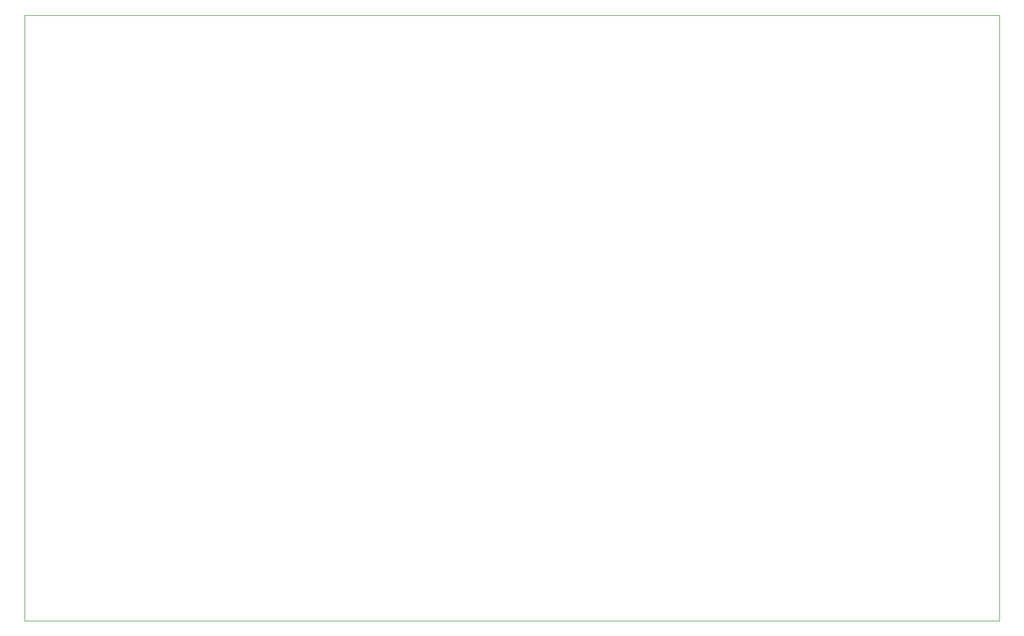
<source format=gbr>
G04 #@! TF.GenerationSoftware,KiCad,Pcbnew,(5.1.4)-1*
G04 #@! TF.CreationDate,2020-01-21T02:52:09+01:00*
G04 #@! TF.ProjectId,Z80Backplane,5a383042-6163-46b7-906c-616e652e6b69,rev?*
G04 #@! TF.SameCoordinates,Original*
G04 #@! TF.FileFunction,Profile,NP*
%FSLAX46Y46*%
G04 Gerber Fmt 4.6, Leading zero omitted, Abs format (unit mm)*
G04 Created by KiCad (PCBNEW (5.1.4)-1) date 2020-01-21 02:52:09*
%MOMM*%
%LPD*%
G04 APERTURE LIST*
%ADD10C,0.050000*%
G04 APERTURE END LIST*
D10*
X177800000Y-29210000D02*
X26670000Y-29210000D01*
X177800000Y-123190000D02*
X177800000Y-29210000D01*
X26670000Y-123190000D02*
X177800000Y-123190000D01*
X26670000Y-29210000D02*
X26670000Y-123190000D01*
M02*

</source>
